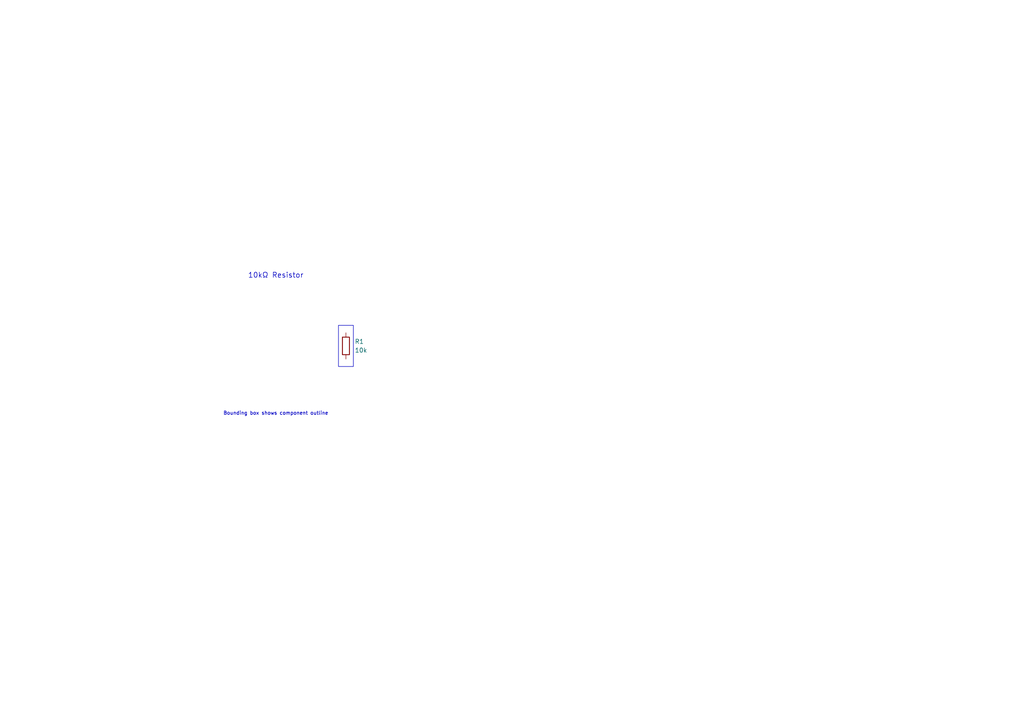
<source format=kicad_sch>
(kicad_sch (version 20250114) (generator "eeschema") (generator_version "9.0")
  (paper "A4")
  (title_block (title "Resistor with Bounding Box"))
  (lib_symbols
    (symbol "Device:R" (pin_numbers (hide yes)) (pin_names (offset 0))
      (property "Reference" "R" (at 2.032 0 90))
      (property "Value" "R" (at 0 0 90))
      (symbol "R_0_1"
        (rectangle (start -1.016 -2.54) (end 1.016 2.54) (stroke (width 0.254)))
      )
      (symbol "R_1_1"
        (pin passive line (at 0 3.81 270) (length 1.27) (name "~") (number "1"))
        (pin passive line (at 0 -3.81 90) (length 1.27) (name "~") (number "2"))
      )
    )
  )
  (symbol (lib_id "Device:R") (at 100.33 100.33 0) (unit 1)
    (property "Reference" "R1" (at 102.87 99.0599 0) (effects (justify left)))
    (property "Value" "10k" (at 102.87 101.5999 0) (effects (justify left)))
  )
  (text "10kΩ Resistor" (at 80 80 0.0000) (effects (font (size 1.5 1.5))))
  (text "Bounding box shows component outline" (at 80 120 0.0000) (effects (font (size 1 1))))
  (rectangle (start 98.171 94.361) (end 102.489 106.299))
)
</source>
